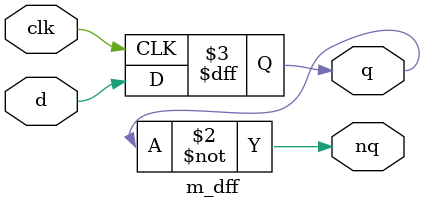
<source format=v>
module top_module (
    input clk,
    input x,
    output z
); 
    
    reg q0, q1, q2;
    reg nq0, nq1, nq2;
    wire d0, d1, d2;
    
    assign d0 = x ^ q0;
    assign d1 = x & nq1;
    assign d2 = x | nq2;
    
    m_dff dff0 (clk, d0, q0, nq0);
    m_dff dff1 (clk, d1, q1, nq1);
    m_dff dff2 (clk, d2, q2, nq2);
    
    assign z = ~ (q0 | q1 | q2);

endmodule

module m_dff (
    input clk,
    input d,
    output reg q, 
    output nq
);
    
    always @(posedge clk) begin
        q <= d;
    end
    
    assign nq = ~q;
    
endmodule

</source>
